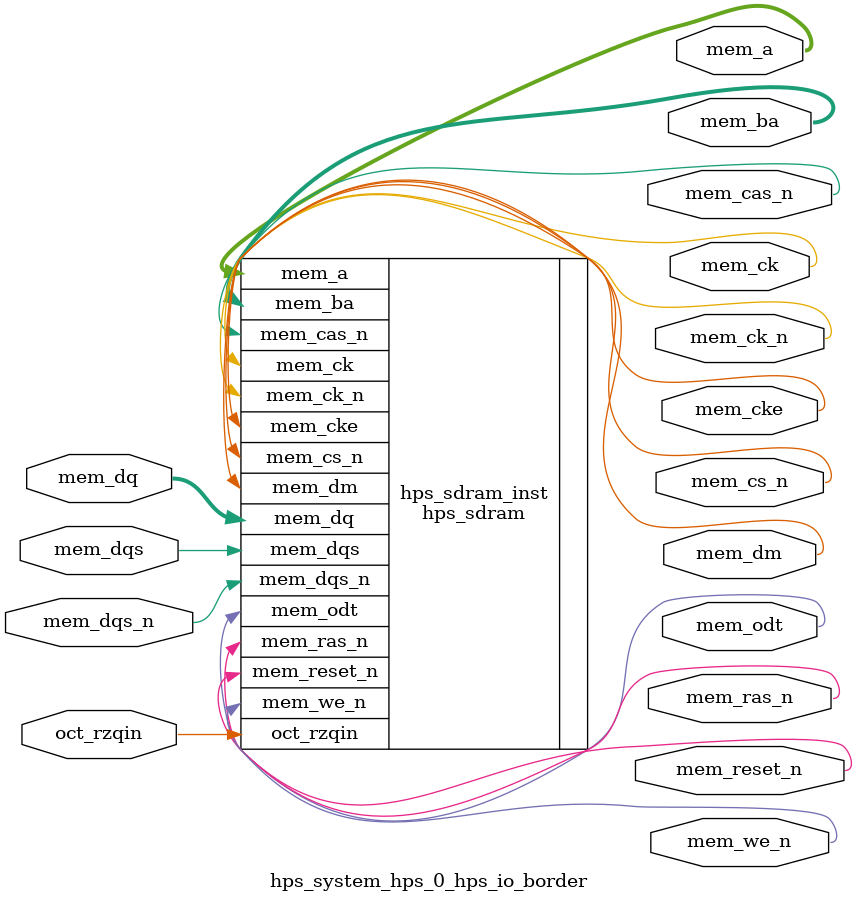
<source format=sv>


module hps_system_hps_0_hps_io_border(
// memory
  output wire [13 - 1 : 0 ] mem_a
 ,output wire [3 - 1 : 0 ] mem_ba
 ,output wire [1 - 1 : 0 ] mem_ck
 ,output wire [1 - 1 : 0 ] mem_ck_n
 ,output wire [1 - 1 : 0 ] mem_cke
 ,output wire [1 - 1 : 0 ] mem_cs_n
 ,output wire [1 - 1 : 0 ] mem_ras_n
 ,output wire [1 - 1 : 0 ] mem_cas_n
 ,output wire [1 - 1 : 0 ] mem_we_n
 ,output wire [1 - 1 : 0 ] mem_reset_n
 ,inout wire [8 - 1 : 0 ] mem_dq
 ,inout wire [1 - 1 : 0 ] mem_dqs
 ,inout wire [1 - 1 : 0 ] mem_dqs_n
 ,output wire [1 - 1 : 0 ] mem_odt
 ,output wire [1 - 1 : 0 ] mem_dm
 ,input wire [1 - 1 : 0 ] oct_rzqin
);


hps_sdram hps_sdram_inst(
 .mem_dq({
    mem_dq[7:0] // 7:0
  })
,.mem_odt({
    mem_odt[0:0] // 0:0
  })
,.mem_ras_n({
    mem_ras_n[0:0] // 0:0
  })
,.mem_dqs_n({
    mem_dqs_n[0:0] // 0:0
  })
,.mem_dqs({
    mem_dqs[0:0] // 0:0
  })
,.mem_dm({
    mem_dm[0:0] // 0:0
  })
,.mem_we_n({
    mem_we_n[0:0] // 0:0
  })
,.mem_cas_n({
    mem_cas_n[0:0] // 0:0
  })
,.mem_ba({
    mem_ba[2:0] // 2:0
  })
,.mem_a({
    mem_a[12:0] // 12:0
  })
,.mem_cs_n({
    mem_cs_n[0:0] // 0:0
  })
,.mem_ck({
    mem_ck[0:0] // 0:0
  })
,.mem_cke({
    mem_cke[0:0] // 0:0
  })
,.oct_rzqin({
    oct_rzqin[0:0] // 0:0
  })
,.mem_reset_n({
    mem_reset_n[0:0] // 0:0
  })
,.mem_ck_n({
    mem_ck_n[0:0] // 0:0
  })
);

endmodule


</source>
